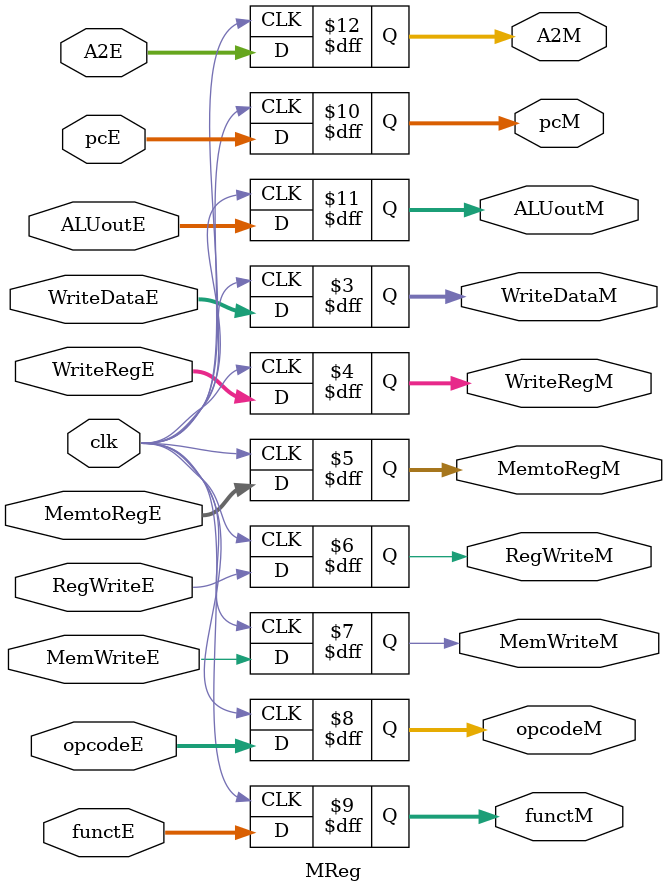
<source format=v>
`timescale 1ns / 1ps
module MReg(clk,WriteDataE,WriteRegE,MemtoRegE,RegWriteE,MemWriteE,opcodeE,functE,pcE,ALUoutE,A2E,
				WriteDataM,WriteRegM,MemtoRegM,RegWriteM,MemWriteM,opcodeM,functM,pcM,ALUoutM,A2M);
		input clk;
		input [4:0]A2E;
		input [31:0] WriteDataE;
		input [4:0] WriteRegE;
		input [1:0] MemtoRegE;
		input RegWriteE,MemWriteE;
		input [5:0] opcodeE,functE;
		input [31:0] pcE;
		input [31:0] ALUoutE;
		
		output reg [31:0] WriteDataM;
		output reg [4:0] WriteRegM;
		output reg [1:0] MemtoRegM;
		output reg RegWriteM,MemWriteM;
		output reg [5:0] opcodeM,functM;
		output reg [31:0] pcM,ALUoutM;
		output reg [4:0] A2M;
		initial begin
			WriteDataM=0;
			WriteRegM=0;
			MemtoRegM=0;
			RegWriteM=0;
			MemWriteM=0;
			opcodeM=0;
			functM=0;
			pcM=0;
			ALUoutM=0;
			A2M=0;
		end
		
		always@(posedge clk) begin
			WriteDataM<=WriteDataE;
			WriteRegM<=WriteRegE;
			MemtoRegM<=MemtoRegE;
			RegWriteM<=RegWriteE;
			MemWriteM<=MemWriteE;
			opcodeM<=opcodeE;
			functM<=functE;
			pcM<=pcE;
			ALUoutM<=ALUoutE;
			A2M<=A2E;
		end

endmodule

</source>
